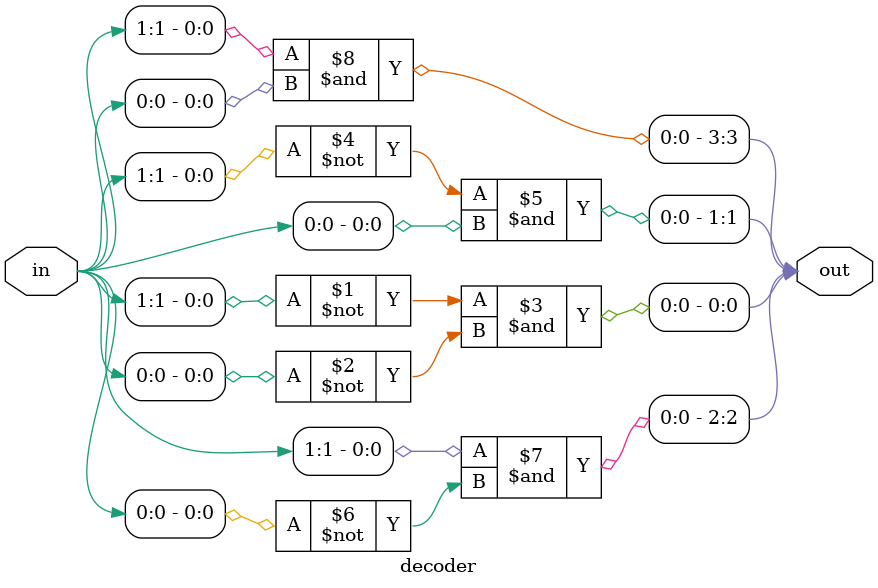
<source format=v>
module decoder (input [1:0] in, output [3:0] out);
    assign out[0] = (~in[1]) & (~in[0]);
    assign out[1] = (~in[1]) & (in[0]);
    assign out[2] = (in[1]) & (~in[0]);
    assign out[3] = (in[1]) & (in[0]);
endmodule

</source>
